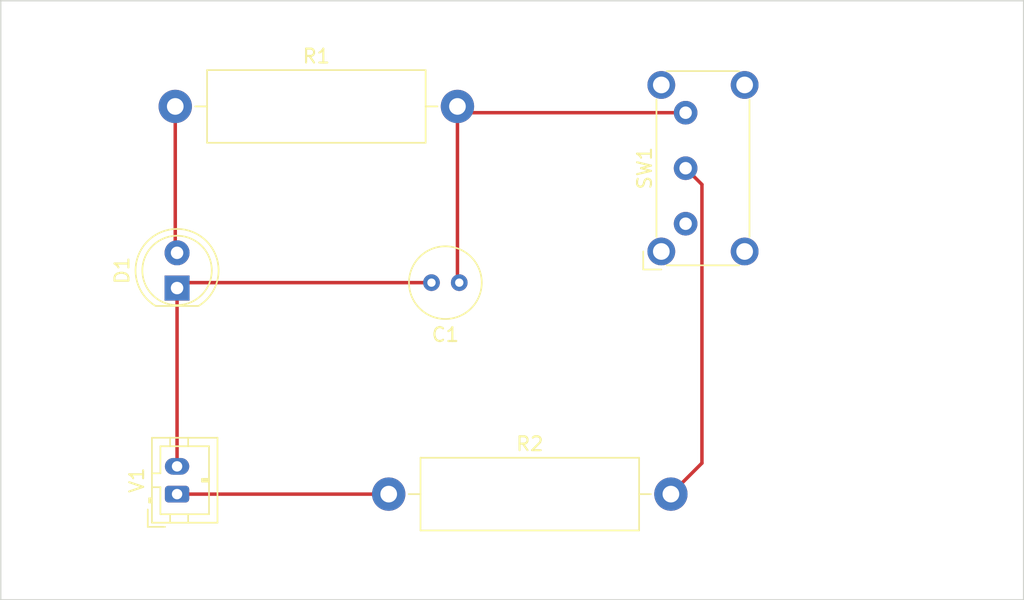
<source format=kicad_pcb>
(kicad_pcb (version 20211014) (generator pcbnew)
  (layers (0 "F.Cu" signal) (31 "B.Cu" signal) (34 "B.Paste" user) (35 "F.Paste" user) (36 "B.SilkS" user "B.Silkscreen") (37 "F.SilkS" user "F.Silkscreen") (38 "B.Mask" user) (39 "F.Mask" user) (44 "Edge.Cuts" user))
  (net 0 "")
  (net 1 "Net-(C1-Pad1)")
  (net 2 "Net-(C1-Pad2)")
  (net 3 "Net-(D1-Pad2)")
  (net 4 "Net-(R2-Pad1)")
  (net 5 "Net-(R2-Pad2)")
  (footprint "LED_THT:LED_D5.0mm" (layer "F.Cu") (at 114.299972 81.670016 90)
    (fp_text reference "D1" (at 1.27 -3.96 90) (layer "F.SilkS"))
    (fp_text value "LED")
    (fp_line (start -1.29 -1.545) (end -1.29 1.545) (layer "F.SilkS") (width 0.12))
    (fp_arc (start 4.26 -0.000462) (mid 2.072002 2.880433) (end -1.29 1.54483) (layer "F.SilkS") (width 0.12))
    (fp_arc (start -1.29 -1.54483) (mid 2.072002 -2.880433) (end 4.26 0.000462) (layer "F.SilkS") (width 0.12))
    (fp_circle (center 1.27 0) (end 3.77 0) (layer "F.SilkS") (width 0.12) (fill none))
    (pad "1" thru_hole rect (at 0 0 90) (size 1.8 1.8) (drill 0.9) (layers *.Cu *.Mask) (net 2 "Net-(C1-Pad2)"))
    (pad "2" thru_hole circle (at 2.54 0 90) (size 1.8 1.8) (drill 0.9) (layers *.Cu *.Mask) (net 3 "Net-(D1-Pad2)"))
  )
  (footprint "Resistor_THT:R_Axial_DIN0516_L15.5mm_D5.0mm_P20.32mm_Horizontal" (layer "F.Cu") (at 129.54 96.52)
    (fp_text reference "R2" (at 10.16 -3.62) (layer "F.SilkS"))
    (fp_text value "2.2k")
    (fp_line (start 18.88 0) (end 18.03 0) (layer "F.SilkS") (width 0.12))
    (fp_line (start 1.44 0) (end 2.29 0) (layer "F.SilkS") (width 0.12))
    (fp_line (start 18.03 -2.62) (end 2.29 -2.62) (layer "F.SilkS") (width 0.12))
    (fp_line (start 2.29 -2.62) (end 2.29 2.62) (layer "F.SilkS") (width 0.12))
    (fp_line (start 18.03 2.62) (end 18.03 -2.62) (layer "F.SilkS") (width 0.12))
    (fp_line (start 2.29 2.62) (end 18.03 2.62) (layer "F.SilkS") (width 0.12))
    (pad "1" thru_hole circle (at 0 0) (size 2.4 2.4) (drill 1.2) (layers *.Cu *.Mask) (net 4 "Net-(R2-Pad1)"))
    (pad "2" thru_hole oval (at 20.32 0) (size 2.4 2.4) (drill 1.2) (layers *.Cu *.Mask) (net 5 "Net-(R2-Pad2)"))
  )
  (footprint "Button_Switch_THT:SW_E-Switch_EG1224_SPDT_Angled" (layer "F.Cu") (at 150.92 77.0325 90)
    (fp_text reference "SW1" (at 4 -2.95 90) (layer "F.SilkS"))
    (fp_text value "SW_SPDT")
    (fp_line (start -3 3.85) (end -3 -1.35) (layer "F.SilkS") (width 0.12))
    (fp_line (start -3.3 -1.75) (end -3.3 -3.05) (layer "F.SilkS") (width 0.12))
    (fp_line (start -0.95 -2.1) (end 8.95 -2.1) (layer "F.SilkS") (width 0.12))
    (fp_line (start 8.95 4.6) (end -0.95 4.6) (layer "F.SilkS") (width 0.12))
    (fp_line (start -3.3 -3.05) (end -2 -3.05) (layer "F.SilkS") (width 0.12))
    (fp_line (start 11 -1.35) (end 11 3.85) (layer "F.SilkS") (width 0.12))
    (pad "" thru_hole circle (at -2 -1.75 90) (size 2 2) (drill 1.2) (layers *.Cu *.Mask))
    (pad "" thru_hole circle (at -2 4.25 90) (size 2 2) (drill 1.2) (layers *.Cu *.Mask))
    (pad "" thru_hole circle (at 10 -1.75 90) (size 2 2) (drill 1.2) (layers *.Cu *.Mask))
    (pad "" thru_hole circle (at 10 4.25 90) (size 2 2) (drill 1.2) (layers *.Cu *.Mask))
    (pad "1" thru_hole circle (at 0 0 90) (size 1.7 1.7) (drill 0.9) (layers *.Cu *.Mask))
    (pad "2" thru_hole circle (at 4 0 90) (size 1.7 1.7) (drill 0.9) (layers *.Cu *.Mask) (net 5 "Net-(R2-Pad2)"))
    (pad "3" thru_hole circle (at 8 0 90) (size 1.7 1.7) (drill 0.9) (layers *.Cu *.Mask) (net 1 "Net-(C1-Pad1)"))
  )
  (footprint "Resistor_THT:R_Axial_DIN0516_L15.5mm_D5.0mm_P20.32mm_Horizontal" (layer "F.Cu") (at 114.17 68.58)
    (fp_text reference "R1" (at 10.16 -3.62) (layer "F.SilkS"))
    (fp_text value "20k")
    (fp_line (start 2.29 -2.62) (end 2.29 2.62) (layer "F.SilkS") (width 0.12))
    (fp_line (start 18.88 0) (end 18.03 0) (layer "F.SilkS") (width 0.12))
    (fp_line (start 2.29 2.62) (end 18.03 2.62) (layer "F.SilkS") (width 0.12))
    (fp_line (start 18.03 2.62) (end 18.03 -2.62) (layer "F.SilkS") (width 0.12))
    (fp_line (start 18.03 -2.62) (end 2.29 -2.62) (layer "F.SilkS") (width 0.12))
    (fp_line (start 1.44 0) (end 2.29 0) (layer "F.SilkS") (width 0.12))
    (pad "1" thru_hole circle (at 0 0) (size 2.4 2.4) (drill 1.2) (layers *.Cu *.Mask) (net 3 "Net-(D1-Pad2)"))
    (pad "2" thru_hole oval (at 20.32 0) (size 2.4 2.4) (drill 1.2) (layers *.Cu *.Mask) (net 1 "Net-(C1-Pad1)"))
  )
  (footprint "Capacitor_THT:C_Radial_D5.0mm_H5.0mm_P2.00mm" (layer "F.Cu") (at 134.62 81.28 180)
    (fp_text reference "C1" (at 1 -3.75) (layer "F.SilkS"))
    (fp_text value "4.7uF")
    (fp_circle (center 1 0) (end 3.62 0) (layer "F.SilkS") (width 0.12) (fill none))
    (pad "1" thru_hole circle (at 0 0 180) (size 1.2 1.2) (drill 0.6) (layers *.Cu *.Mask) (net 1 "Net-(C1-Pad1)"))
    (pad "2" thru_hole circle (at 2 0 180) (size 1.2 1.2) (drill 0.6) (layers *.Cu *.Mask) (net 2 "Net-(C1-Pad2)"))
  )
  (footprint "Connector_JST:JST_PH_B2B-PH-K_1x02_P2.00mm_Vertical" (layer "F.Cu") (at 114.3 96.52 90)
    (fp_text reference "V1" (at 1 -2.9 90) (layer "F.SilkS"))
    (fp_text value "9V")
    (fp_line (start -0.3 -1.81) (end -0.3 -2.01) (layer "F.SilkS") (width 0.12))
    (fp_line (start 0.5 -1.2) (end -1.45 -1.2) (layer "F.SilkS") (width 0.12))
    (fp_line (start -1.45 -1.2) (end -1.45 2.3) (layer "F.SilkS") (width 0.12))
    (fp_line (start 1 2.3) (end 1 1.8) (layer "F.SilkS") (width 0.12))
    (fp_line (start 4.06 -0.5) (end 3.45 -0.5) (layer "F.SilkS") (width 0.12))
    (fp_line (start -2.06 -0.5) (end -1.45 -0.5) (layer "F.SilkS") (width 0.12))
    (fp_line (start -2.06 0.8) (end -1.45 0.8) (layer "F.SilkS") (width 0.12))
    (fp_line (start -2.36 -2.11) (end -2.36 -0.86) (layer "F.SilkS") (width 0.12))
    (fp_line (start -1.45 2.3) (end 3.45 2.3) (layer "F.SilkS") (width 0.12))
    (fp_line (start 4.06 0.8) (end 3.45 0.8) (layer "F.SilkS") (width 0.12))
    (fp_line (start 0.9 1.8) (end 1.1 1.8) (layer "F.SilkS") (width 0.12))
    (fp_line (start -1.11 -2.11) (end -2.36 -2.11) (layer "F.SilkS") (width 0.12))
    (fp_line (start -0.6 -2.01) (end -0.6 -1.81) (layer "F.SilkS") (width 0.12))
    (fp_line (start 3.45 -1.2) (end 1.5 -1.2) (layer "F.SilkS") (width 0.12))
    (fp_line (start -2.06 2.91) (end 4.06 2.91) (layer "F.SilkS") (width 0.12))
    (fp_line (start -0.3 -1.91) (end -0.6 -1.91) (layer "F.SilkS") (width 0.12))
    (fp_line (start 3.45 2.3) (end 3.45 -1.2) (layer "F.SilkS") (width 0.12))
    (fp_line (start 1.1 1.8) (end 1.1 2.3) (layer "F.SilkS") (width 0.12))
    (fp_line (start 1.5 -1.2) (end 1.5 -1.81) (layer "F.SilkS") (width 0.12))
    (fp_line (start -0.3 -2.01) (end -0.6 -2.01) (layer "F.SilkS") (width 0.12))
    (fp_line (start 0.5 -1.81) (end 0.5 -1.2) (layer "F.SilkS") (width 0.12))
    (fp_line (start -2.06 -1.81) (end -2.06 2.91) (layer "F.SilkS") (width 0.12))
    (fp_line (start 4.06 2.91) (end 4.06 -1.81) (layer "F.SilkS") (width 0.12))
    (fp_line (start 0.9 2.3) (end 0.9 1.8) (layer "F.SilkS") (width 0.12))
    (fp_line (start 4.06 -1.81) (end -2.06 -1.81) (layer "F.SilkS") (width 0.12))
    (pad "1" thru_hole roundrect (at 0 0 90) (size 1.2 1.75) (drill 0.75) (layers *.Cu *.Mask) (roundrect_rratio 0.208333) (net 4 "Net-(R2-Pad1)"))
    (pad "2" thru_hole oval (at 2 0 90) (size 1.2 1.75) (drill 0.75) (layers *.Cu *.Mask) (net 2 "Net-(C1-Pad2)"))
  )
  (gr_line (start 175.26 104.14) (end 101.6 104.14) (layer "Edge.Cuts") (width 0.1))
  (gr_line (start 175.26 60.96) (end 175.26 104.14) (layer "Edge.Cuts") (width 0.1))
  (gr_line (start 101.6 60.96) (end 175.26 60.96) (layer "Edge.Cuts") (width 0.1))
  (gr_line (start 101.6 104.14) (end 101.6 60.96) (layer "Edge.Cuts") (width 0.1))
  (segment (start 134.9425 69.0325) (end 134.49 68.58) (width 0.25) (layer "F.Cu") (net 1))
  (segment (start 150.92 69.0325) (end 134.9425 69.0325) (width 0.25) (layer "F.Cu") (net 1))
  (segment (start 134.49 68.58) (end 134.49 81.15) (width 0.25) (layer "F.Cu") (net 1))
  (segment (start 134.49 81.15) (end 134.62 81.28) (width 0.25) (layer "F.Cu") (net 1))
  (segment (start 114.299972 94.519972) (end 114.3 94.52) (width 0.25) (layer "F.Cu") (net 2))
  (segment (start 132.62 81.28) (end 114.689988 81.28) (width 0.25) (layer "F.Cu") (net 2))
  (segment (start 114.299972 81.670016) (end 114.299972 94.519972) (width 0.25) (layer "F.Cu") (net 2))
  (segment (start 114.689988 81.28) (end 114.299972 81.670016) (width 0.25) (layer "F.Cu") (net 2))
  (segment (start 114.17 79.000044) (end 114.299972 79.130016) (width 0.25) (layer "F.Cu") (net 3))
  (segment (start 114.17 68.58) (end 114.17 79.000044) (width 0.25) (layer "F.Cu") (net 3))
  (segment (start 114.3 96.52) (end 129.54 96.52) (width 0.25) (layer "F.Cu") (net 4))
  (segment (start 152.095 74.2075) (end 152.095 94.285) (width 0.25) (layer "F.Cu") (net 5))
  (segment (start 152.095 94.285) (end 149.86 96.52) (width 0.25) (layer "F.Cu") (net 5))
  (segment (start 150.92 73.0325) (end 152.095 74.2075) (width 0.25) (layer "F.Cu") (net 5))
)
</source>
